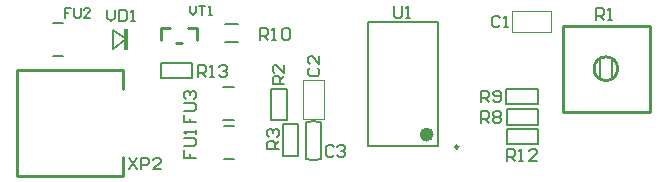
<source format=gto>
G04*
G04 #@! TF.GenerationSoftware,Altium Limited,Altium Designer,18.0.9 (584)*
G04*
G04 Layer_Color=65535*
%FSLAX24Y24*%
%MOIN*%
G70*
G01*
G75*
%ADD10C,0.0070*%
%ADD11C,0.0098*%
%ADD12C,0.0236*%
%ADD13C,0.0100*%
%ADD14C,0.0079*%
%ADD15C,0.0039*%
%ADD16C,0.0050*%
G36*
X39532Y32790D02*
Y33510D01*
X39422D01*
Y32790D01*
X39532D01*
D02*
G37*
D10*
X45983Y30378D02*
G03*
X45473Y30377I-255J-609D01*
G01*
Y29171D02*
G03*
X45983Y29170I256J608D01*
G01*
X40640Y31860D02*
X41683D01*
X40640Y32372D02*
X41683D01*
X40640Y31860D02*
Y32372D01*
X41683Y31860D02*
Y32372D01*
X45472Y29173D02*
Y30374D01*
X45983Y29174D02*
Y30374D01*
X52165Y29656D02*
X53209D01*
X52165Y30167D02*
X53209D01*
X52165Y29656D02*
Y30167D01*
X53209Y29656D02*
Y30167D01*
X52165Y30817D02*
X53209D01*
X52165Y30305D02*
X53209D01*
Y30817D01*
X52165Y30305D02*
Y30817D01*
X52156Y31506D02*
X53199D01*
X52156Y30994D02*
X53199D01*
Y31506D01*
X52156Y30994D02*
Y31506D01*
X44321Y30453D02*
Y31496D01*
X44833Y30453D02*
Y31496D01*
X44321D02*
X44833D01*
X44321Y30453D02*
X44833D01*
X44715Y29281D02*
Y30325D01*
X45226Y29281D02*
Y30325D01*
X44715D02*
X45226D01*
X44715Y29281D02*
X45226D01*
D11*
X50551Y29569D02*
G03*
X50551Y29569I-49J0D01*
G01*
D12*
X49616Y29980D02*
G03*
X49616Y29980I-118J0D01*
G01*
D13*
X55866Y32177D02*
G03*
X55866Y32177I-394J0D01*
G01*
X40644Y33544D02*
X40944D01*
X41844Y33144D02*
Y33544D01*
X41544D02*
X41844D01*
X41144Y33044D02*
X41344D01*
X40644Y33144D02*
Y33544D01*
X35856Y28593D02*
Y32136D01*
X39360Y31506D02*
Y32136D01*
Y28593D02*
Y29222D01*
X35856Y32136D02*
X39360D01*
X35856Y28593D02*
X39360D01*
X54048Y30721D02*
Y33601D01*
Y30721D02*
X56928D01*
Y33601D01*
X54048D02*
X56928D01*
D14*
X37028Y33711D02*
X37382D01*
X37028Y32608D02*
X37382D01*
X39052Y32820D02*
Y33480D01*
Y32820D02*
X39482Y33150D01*
X39052Y33480D02*
X39482Y33150D01*
X42726Y30463D02*
X43081D01*
X42726Y31565D02*
X43081D01*
X42736Y29154D02*
X43091D01*
X42736Y30256D02*
X43091D01*
X42785Y33051D02*
X43218D01*
X42785Y33681D02*
X43218D01*
X49892Y29587D02*
Y33720D01*
X47530Y29587D02*
Y33720D01*
Y29587D02*
X49892D01*
X47530Y33720D02*
X49892D01*
X41598Y34276D02*
Y34066D01*
X41703Y33961D01*
X41808Y34066D01*
Y34276D01*
X41913D02*
X42123D01*
X42018D01*
Y33961D01*
X42228D02*
X42333D01*
X42280D01*
Y34276D01*
X42228Y34224D01*
X37651Y34193D02*
X37441D01*
Y34035D01*
X37546D01*
X37441D01*
Y33878D01*
X37756Y34193D02*
Y33930D01*
X37808Y33878D01*
X37913D01*
X37966Y33930D01*
Y34193D01*
X38281Y33878D02*
X38071D01*
X38281Y34088D01*
Y34140D01*
X38228Y34193D01*
X38123D01*
X38071Y34140D01*
X51945Y33881D02*
X51880Y33947D01*
X51749D01*
X51683Y33881D01*
Y33619D01*
X51749Y33553D01*
X51880D01*
X51945Y33619D01*
X52077Y33553D02*
X52208D01*
X52142D01*
Y33947D01*
X52077Y33881D01*
X45597Y32192D02*
X45532Y32126D01*
Y31995D01*
X45597Y31929D01*
X45860D01*
X45925Y31995D01*
Y32126D01*
X45860Y32192D01*
X45925Y32585D02*
Y32323D01*
X45663Y32585D01*
X45597D01*
X45532Y32520D01*
Y32388D01*
X45597Y32323D01*
X46394Y29560D02*
X46329Y29626D01*
X46197D01*
X46132Y29560D01*
Y29298D01*
X46197Y29232D01*
X46329D01*
X46394Y29298D01*
X46525Y29560D02*
X46591Y29626D01*
X46722D01*
X46788Y29560D01*
Y29495D01*
X46722Y29429D01*
X46657D01*
X46722D01*
X46788Y29363D01*
Y29298D01*
X46722Y29232D01*
X46591D01*
X46525Y29298D01*
X41417Y29475D02*
Y29213D01*
X41614D01*
Y29344D01*
Y29213D01*
X41811D01*
X41417Y29606D02*
X41745D01*
X41811Y29672D01*
Y29803D01*
X41745Y29869D01*
X41417D01*
X41811Y30000D02*
Y30131D01*
Y30065D01*
X41417D01*
X41483Y30000D01*
X41417Y30646D02*
Y30384D01*
X41614D01*
Y30515D01*
Y30384D01*
X41811D01*
X41417Y30777D02*
X41745D01*
X41811Y30843D01*
Y30974D01*
X41745Y31040D01*
X41417D01*
X41483Y31171D02*
X41417Y31237D01*
Y31368D01*
X41483Y31433D01*
X41549D01*
X41614Y31368D01*
Y31302D01*
Y31368D01*
X41680Y31433D01*
X41745D01*
X41811Y31368D01*
Y31237D01*
X41745Y31171D01*
X55138Y33809D02*
Y34203D01*
X55335D01*
X55400Y34137D01*
Y34006D01*
X55335Y33940D01*
X55138D01*
X55269D02*
X55400Y33809D01*
X55531D02*
X55663D01*
X55597D01*
Y34203D01*
X55531Y34137D01*
X44754Y31654D02*
X44360D01*
Y31850D01*
X44426Y31916D01*
X44557D01*
X44623Y31850D01*
Y31654D01*
Y31785D02*
X44754Y31916D01*
Y32310D02*
Y32047D01*
X44492Y32310D01*
X44426D01*
X44360Y32244D01*
Y32113D01*
X44426Y32047D01*
X44577Y29508D02*
X44183D01*
Y29705D01*
X44249Y29770D01*
X44380D01*
X44446Y29705D01*
Y29508D01*
Y29639D02*
X44577Y29770D01*
X44249Y29901D02*
X44183Y29967D01*
Y30098D01*
X44249Y30164D01*
X44314D01*
X44380Y30098D01*
Y30033D01*
Y30098D01*
X44446Y30164D01*
X44511D01*
X44577Y30098D01*
Y29967D01*
X44511Y29901D01*
X51319Y30364D02*
Y30758D01*
X51516D01*
X51581Y30692D01*
Y30561D01*
X51516Y30495D01*
X51319D01*
X51450D02*
X51581Y30364D01*
X51712Y30692D02*
X51778Y30758D01*
X51909D01*
X51975Y30692D01*
Y30627D01*
X51909Y30561D01*
X51975Y30495D01*
Y30430D01*
X51909Y30364D01*
X51778D01*
X51712Y30430D01*
Y30495D01*
X51778Y30561D01*
X51712Y30627D01*
Y30692D01*
X51778Y30561D02*
X51909D01*
X51309Y31053D02*
Y31447D01*
X51506D01*
X51571Y31381D01*
Y31250D01*
X51506Y31184D01*
X51309D01*
X51440D02*
X51571Y31053D01*
X51703Y31119D02*
X51768Y31053D01*
X51899D01*
X51965Y31119D01*
Y31381D01*
X51899Y31447D01*
X51768D01*
X51703Y31381D01*
Y31316D01*
X51768Y31250D01*
X51965D01*
X43957Y33140D02*
Y33533D01*
X44153D01*
X44219Y33468D01*
Y33337D01*
X44153Y33271D01*
X43957D01*
X44088D02*
X44219Y33140D01*
X44350D02*
X44481D01*
X44416D01*
Y33533D01*
X44350Y33468D01*
X44678D02*
X44744Y33533D01*
X44875D01*
X44941Y33468D01*
Y33205D01*
X44875Y33140D01*
X44744D01*
X44678Y33205D01*
Y33468D01*
X52185Y29104D02*
Y29498D01*
X52382D01*
X52447Y29432D01*
Y29301D01*
X52382Y29236D01*
X52185D01*
X52316D02*
X52447Y29104D01*
X52579D02*
X52710D01*
X52644D01*
Y29498D01*
X52579Y29432D01*
X53169Y29104D02*
X52907D01*
X53169Y29367D01*
Y29432D01*
X53103Y29498D01*
X52972D01*
X52907Y29432D01*
X41870Y31909D02*
Y32303D01*
X42067D01*
X42132Y32237D01*
Y32106D01*
X42067Y32041D01*
X41870D01*
X42001D02*
X42132Y31909D01*
X42264D02*
X42395D01*
X42329D01*
Y32303D01*
X42264Y32237D01*
X42592D02*
X42657Y32303D01*
X42788D01*
X42854Y32237D01*
Y32172D01*
X42788Y32106D01*
X42723D01*
X42788D01*
X42854Y32041D01*
Y31975D01*
X42788Y31909D01*
X42657D01*
X42592Y31975D01*
X48425Y34252D02*
Y33924D01*
X48491Y33858D01*
X48622D01*
X48687Y33924D01*
Y34252D01*
X48819Y33858D02*
X48950D01*
X48884D01*
Y34252D01*
X48819Y34186D01*
X38858Y34144D02*
Y33881D01*
X38989Y33750D01*
X39121Y33881D01*
Y34144D01*
X39252D02*
Y33750D01*
X39449D01*
X39514Y33816D01*
Y34078D01*
X39449Y34144D01*
X39252D01*
X39645Y33750D02*
X39777D01*
X39711D01*
Y34144D01*
X39645Y34078D01*
X39587Y29212D02*
X39849Y28819D01*
Y29212D02*
X39587Y28819D01*
X39980D02*
Y29212D01*
X40177D01*
X40243Y29147D01*
Y29016D01*
X40177Y28950D01*
X39980D01*
X40636Y28819D02*
X40374D01*
X40636Y29081D01*
Y29147D01*
X40571Y29212D01*
X40439D01*
X40374Y29147D01*
D15*
X45374Y31811D02*
X46083D01*
X45374Y30512D02*
X46083D01*
Y31811D01*
X45374Y30512D02*
Y31811D01*
X53652Y33406D02*
Y34114D01*
X52352Y33406D02*
Y34114D01*
Y33406D02*
X53652D01*
X52352Y34114D02*
X53652D01*
D16*
X55276Y31872D02*
Y32463D01*
X55669Y31872D02*
Y32463D01*
M02*

</source>
